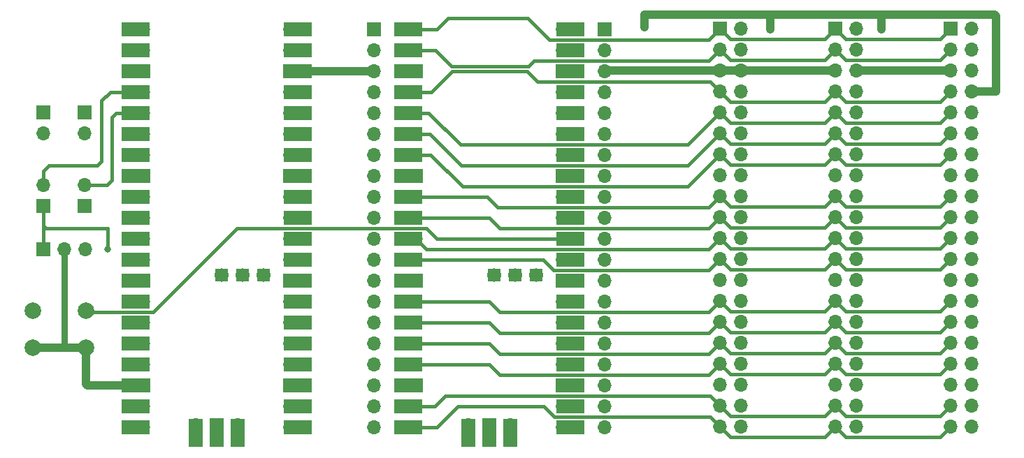
<source format=gbr>
%TF.GenerationSoftware,KiCad,Pcbnew,7.0.2*%
%TF.CreationDate,2023-05-26T12:13:05+09:00*%
%TF.ProjectId,KiCad,4b694361-642e-46b6-9963-61645f706362,rev?*%
%TF.SameCoordinates,PX41cdb40PY67f3540*%
%TF.FileFunction,Copper,L1,Top*%
%TF.FilePolarity,Positive*%
%FSLAX46Y46*%
G04 Gerber Fmt 4.6, Leading zero omitted, Abs format (unit mm)*
G04 Created by KiCad (PCBNEW 7.0.2) date 2023-05-26 12:13:05*
%MOMM*%
%LPD*%
G01*
G04 APERTURE LIST*
G04 Aperture macros list*
%AMOutline4P*
0 Free polygon, 4 corners , with rotation*
0 The origin of the aperture is its center*
0 number of corners: always 4*
0 $1 to $8 corner X, Y*
0 $9 Rotation angle, in degrees counterclockwise*
0 create outline with 4 corners*
4,1,4,$1,$2,$3,$4,$5,$6,$7,$8,$1,$2,$9*%
G04 Aperture macros list end*
%TA.AperFunction,ComponentPad*%
%ADD10O,1.700000X1.700000*%
%TD*%
%TA.AperFunction,SMDPad,CuDef*%
%ADD11R,3.500000X1.700000*%
%TD*%
%TA.AperFunction,ComponentPad*%
%ADD12R,1.700000X1.700000*%
%TD*%
%TA.AperFunction,SMDPad,CuDef*%
%ADD13R,1.700000X3.500000*%
%TD*%
%TA.AperFunction,ComponentPad*%
%ADD14C,1.700000*%
%TD*%
%TA.AperFunction,SMDPad,CuDef*%
%ADD15R,1.524000X1.524000*%
%TD*%
%TA.AperFunction,SMDPad,CuDef*%
%ADD16Outline4P,-0.762000X-0.762000X0.762000X-0.762000X0.762000X0.762000X-0.762000X0.762000X0.000000*%
%TD*%
%TA.AperFunction,ComponentPad*%
%ADD17C,2.000000*%
%TD*%
%TA.AperFunction,ViaPad*%
%ADD18C,0.800000*%
%TD*%
%TA.AperFunction,Conductor*%
%ADD19C,0.800000*%
%TD*%
%TA.AperFunction,Conductor*%
%ADD20C,1.000000*%
%TD*%
%TA.AperFunction,Conductor*%
%ADD21C,0.400000*%
%TD*%
G04 APERTURE END LIST*
D10*
%TO.P,U1,1,GPIO0*%
%TO.N,/GP0*%
X49110000Y51130000D03*
D11*
X48210000Y51130000D03*
D10*
%TO.P,U1,2,GPIO1*%
%TO.N,/GP1*%
X49110000Y48590000D03*
D11*
X48210000Y48590000D03*
D12*
%TO.P,U1,3,GND*%
%TO.N,GND*%
X49110000Y46050000D03*
D11*
X48210000Y46050000D03*
D10*
%TO.P,U1,4,GPIO2*%
%TO.N,/GP2*%
X49110000Y43510000D03*
D11*
X48210000Y43510000D03*
D10*
%TO.P,U1,5,GPIO3*%
%TO.N,/GP3*%
X49110000Y40970000D03*
D11*
X48210000Y40970000D03*
D10*
%TO.P,U1,6,GPIO4*%
%TO.N,/GP4*%
X49110000Y38430000D03*
D11*
X48210000Y38430000D03*
D10*
%TO.P,U1,7,GPIO5*%
%TO.N,/GP5*%
X49110000Y35890000D03*
D11*
X48210000Y35890000D03*
D12*
%TO.P,U1,8,GND*%
%TO.N,GND*%
X49110000Y33350000D03*
D11*
X48210000Y33350000D03*
D10*
%TO.P,U1,9,GPIO6*%
%TO.N,/GP6*%
X49110000Y30810000D03*
D11*
X48210000Y30810000D03*
D10*
%TO.P,U1,10,GPIO7*%
%TO.N,/GP7*%
X49110000Y28270000D03*
D11*
X48210000Y28270000D03*
D10*
%TO.P,U1,11,GPIO8*%
%TO.N,/GP8*%
X49110000Y25730000D03*
D11*
X48210000Y25730000D03*
D10*
%TO.P,U1,12,GPIO9*%
%TO.N,/GP9*%
X49110000Y23190000D03*
D11*
X48210000Y23190000D03*
D12*
%TO.P,U1,13,GND*%
%TO.N,GND*%
X49110000Y20650000D03*
D11*
X48210000Y20650000D03*
D10*
%TO.P,U1,14,GPIO10*%
%TO.N,/GP10*%
X49110000Y18110000D03*
D11*
X48210000Y18110000D03*
D10*
%TO.P,U1,15,GPIO11*%
%TO.N,/GP11*%
X49110000Y15570000D03*
D11*
X48210000Y15570000D03*
D10*
%TO.P,U1,16,GPIO12*%
%TO.N,/GP12*%
X49110000Y13030000D03*
D11*
X48210000Y13030000D03*
D10*
%TO.P,U1,17,GPIO13*%
%TO.N,/GP13*%
X49110000Y10490000D03*
D11*
X48210000Y10490000D03*
D12*
%TO.P,U1,18,GND*%
%TO.N,GND*%
X49110000Y7950000D03*
D11*
X48210000Y7950000D03*
D10*
%TO.P,U1,19,GPIO14*%
%TO.N,/GP14*%
X49110000Y5410000D03*
D11*
X48210000Y5410000D03*
D10*
%TO.P,U1,20,GPIO15*%
%TO.N,/GP15*%
X49110000Y2870000D03*
D11*
X48210000Y2870000D03*
D10*
%TO.P,U1,21,GPIO16*%
%TO.N,/GP16*%
X66890000Y2870000D03*
D11*
X67790000Y2870000D03*
D10*
%TO.P,U1,22,GPIO17*%
%TO.N,/GP17*%
X66890000Y5410000D03*
D11*
X67790000Y5410000D03*
D12*
%TO.P,U1,23,GND*%
%TO.N,GND*%
X66890000Y7950000D03*
D11*
X67790000Y7950000D03*
D10*
%TO.P,U1,24,GPIO18*%
%TO.N,/GP18*%
X66890000Y10490000D03*
D11*
X67790000Y10490000D03*
D10*
%TO.P,U1,25,GPIO19*%
%TO.N,/GP19*%
X66890000Y13030000D03*
D11*
X67790000Y13030000D03*
D10*
%TO.P,U1,26,GPIO20*%
%TO.N,/GP20*%
X66890000Y15570000D03*
D11*
X67790000Y15570000D03*
D10*
%TO.P,U1,27,GPIO21*%
%TO.N,/GP21*%
X66890000Y18110000D03*
D11*
X67790000Y18110000D03*
D12*
%TO.P,U1,28,GND*%
%TO.N,GND*%
X66890000Y20650000D03*
D11*
X67790000Y20650000D03*
D10*
%TO.P,U1,29,GPIO22*%
%TO.N,/GP22*%
X66890000Y23190000D03*
D11*
X67790000Y23190000D03*
D10*
%TO.P,U1,30,RUN*%
%TO.N,/RUN*%
X66890000Y25730000D03*
D11*
X67790000Y25730000D03*
D10*
%TO.P,U1,31,GPIO26_ADC0*%
%TO.N,/GP26*%
X66890000Y28270000D03*
D11*
X67790000Y28270000D03*
D10*
%TO.P,U1,32,GPIO27_ADC1*%
%TO.N,/GP27*%
X66890000Y30810000D03*
D11*
X67790000Y30810000D03*
D12*
%TO.P,U1,33,AGND*%
%TO.N,GND*%
X66890000Y33350000D03*
D11*
X67790000Y33350000D03*
D10*
%TO.P,U1,34,GPIO28_ADC2*%
%TO.N,/GP28*%
X66890000Y35890000D03*
D11*
X67790000Y35890000D03*
D10*
%TO.P,U1,35,ADC_VREF*%
%TO.N,/ADC_VREF*%
X66890000Y38430000D03*
D11*
X67790000Y38430000D03*
D10*
%TO.P,U1,36,3V3*%
%TO.N,/3V3*%
X66890000Y40970000D03*
D11*
X67790000Y40970000D03*
D10*
%TO.P,U1,37,3V3_EN*%
%TO.N,/3V3_EN*%
X66890000Y43510000D03*
D11*
X67790000Y43510000D03*
D12*
%TO.P,U1,38,GND*%
%TO.N,GND*%
X66890000Y46050000D03*
D11*
X67790000Y46050000D03*
D10*
%TO.P,U1,39,VSYS*%
%TO.N,/VSYS*%
X66890000Y48590000D03*
D11*
X67790000Y48590000D03*
D10*
%TO.P,U1,40,VBUS*%
%TO.N,/VBUS*%
X66890000Y51130000D03*
D11*
X67790000Y51130000D03*
D10*
%TO.P,U1,41,SWCLK*%
%TO.N,Net-(J6-Pin_1)*%
X55460000Y3100000D03*
D13*
X55460000Y2200000D03*
D14*
X58550000Y21300000D03*
D15*
X58560000Y21300000D03*
D12*
%TO.P,U1,42,GND*%
%TO.N,GND*%
X58000000Y3100000D03*
D13*
X58000000Y2200000D03*
D16*
X61100000Y21300000D03*
D14*
X61100000Y21300000D03*
D10*
%TO.P,U1,43,SWDIO*%
%TO.N,Net-(J6-Pin_3)*%
X60540000Y3100000D03*
D13*
X60540000Y2200000D03*
D15*
X63640000Y21300000D03*
D14*
X63650000Y21300000D03*
%TD*%
D10*
%TO.P,U2,1,GPIO0*%
%TO.N,unconnected-(U2-GPIO0-Pad1)*%
X16090000Y51130000D03*
D11*
X15190000Y51130000D03*
D10*
%TO.P,U2,2,GPIO1*%
%TO.N,unconnected-(U2-GPIO1-Pad2)*%
X16090000Y48590000D03*
D11*
X15190000Y48590000D03*
D12*
%TO.P,U2,3,GND*%
%TO.N,GND*%
X16090000Y46050000D03*
D11*
X15190000Y46050000D03*
D10*
%TO.P,U2,4,GPIO2*%
%TO.N,Net-(JP3-B)*%
X16090000Y43510000D03*
D11*
X15190000Y43510000D03*
D10*
%TO.P,U2,5,GPIO3*%
%TO.N,Net-(JP4-B)*%
X16090000Y40970000D03*
D11*
X15190000Y40970000D03*
D10*
%TO.P,U2,6,GPIO4*%
%TO.N,Net-(JP1-B)*%
X16090000Y38430000D03*
D11*
X15190000Y38430000D03*
D10*
%TO.P,U2,7,GPIO5*%
%TO.N,Net-(JP2-B)*%
X16090000Y35890000D03*
D11*
X15190000Y35890000D03*
D12*
%TO.P,U2,8,GND*%
%TO.N,GND*%
X16090000Y33350000D03*
D11*
X15190000Y33350000D03*
D10*
%TO.P,U2,9,GPIO6*%
%TO.N,unconnected-(U2-GPIO6-Pad9)*%
X16090000Y30810000D03*
D11*
X15190000Y30810000D03*
D10*
%TO.P,U2,10,GPIO7*%
%TO.N,unconnected-(U2-GPIO7-Pad10)*%
X16090000Y28270000D03*
D11*
X15190000Y28270000D03*
D10*
%TO.P,U2,11,GPIO8*%
%TO.N,unconnected-(U2-GPIO8-Pad11)*%
X16090000Y25730000D03*
D11*
X15190000Y25730000D03*
D10*
%TO.P,U2,12,GPIO9*%
%TO.N,unconnected-(U2-GPIO9-Pad12)*%
X16090000Y23190000D03*
D11*
X15190000Y23190000D03*
D12*
%TO.P,U2,13,GND*%
%TO.N,GND*%
X16090000Y20650000D03*
D11*
X15190000Y20650000D03*
D10*
%TO.P,U2,14,GPIO10*%
%TO.N,unconnected-(U2-GPIO10-Pad14)*%
X16090000Y18110000D03*
D11*
X15190000Y18110000D03*
D10*
%TO.P,U2,15,GPIO11*%
%TO.N,unconnected-(U2-GPIO11-Pad15)*%
X16090000Y15570000D03*
D11*
X15190000Y15570000D03*
D10*
%TO.P,U2,16,GPIO12*%
%TO.N,unconnected-(U2-GPIO12-Pad16)*%
X16090000Y13030000D03*
D11*
X15190000Y13030000D03*
D10*
%TO.P,U2,17,GPIO13*%
%TO.N,unconnected-(U2-GPIO13-Pad17)*%
X16090000Y10490000D03*
D11*
X15190000Y10490000D03*
D12*
%TO.P,U2,18,GND*%
%TO.N,GND*%
X16090000Y7950000D03*
D11*
X15190000Y7950000D03*
D10*
%TO.P,U2,19,GPIO14*%
%TO.N,unconnected-(U2-GPIO14-Pad19)*%
X16090000Y5410000D03*
D11*
X15190000Y5410000D03*
D10*
%TO.P,U2,20,GPIO15*%
%TO.N,unconnected-(U2-GPIO15-Pad20)*%
X16090000Y2870000D03*
D11*
X15190000Y2870000D03*
D10*
%TO.P,U2,21,GPIO16*%
%TO.N,unconnected-(U2-GPIO16-Pad21)*%
X33870000Y2870000D03*
D11*
X34770000Y2870000D03*
D10*
%TO.P,U2,22,GPIO17*%
%TO.N,unconnected-(U2-GPIO17-Pad22)*%
X33870000Y5410000D03*
D11*
X34770000Y5410000D03*
D12*
%TO.P,U2,23,GND*%
%TO.N,GND*%
X33870000Y7950000D03*
D11*
X34770000Y7950000D03*
D10*
%TO.P,U2,24,GPIO18*%
%TO.N,unconnected-(U2-GPIO18-Pad24)*%
X33870000Y10490000D03*
D11*
X34770000Y10490000D03*
D10*
%TO.P,U2,25,GPIO19*%
%TO.N,unconnected-(U2-GPIO19-Pad25)*%
X33870000Y13030000D03*
D11*
X34770000Y13030000D03*
D10*
%TO.P,U2,26,GPIO20*%
%TO.N,unconnected-(U2-GPIO20-Pad26)*%
X33870000Y15570000D03*
D11*
X34770000Y15570000D03*
D10*
%TO.P,U2,27,GPIO21*%
%TO.N,unconnected-(U2-GPIO21-Pad27)*%
X33870000Y18110000D03*
D11*
X34770000Y18110000D03*
D12*
%TO.P,U2,28,GND*%
%TO.N,GND*%
X33870000Y20650000D03*
D11*
X34770000Y20650000D03*
D10*
%TO.P,U2,29,GPIO22*%
%TO.N,unconnected-(U2-GPIO22-Pad29)*%
X33870000Y23190000D03*
D11*
X34770000Y23190000D03*
D10*
%TO.P,U2,30,RUN*%
%TO.N,unconnected-(U2-RUN-Pad30)*%
X33870000Y25730000D03*
D11*
X34770000Y25730000D03*
D10*
%TO.P,U2,31,GPIO26_ADC0*%
%TO.N,unconnected-(U2-GPIO26_ADC0-Pad31)*%
X33870000Y28270000D03*
D11*
X34770000Y28270000D03*
D10*
%TO.P,U2,32,GPIO27_ADC1*%
%TO.N,unconnected-(U2-GPIO27_ADC1-Pad32)*%
X33870000Y30810000D03*
D11*
X34770000Y30810000D03*
D12*
%TO.P,U2,33,AGND*%
%TO.N,GND*%
X33870000Y33350000D03*
D11*
X34770000Y33350000D03*
D10*
%TO.P,U2,34,GPIO28_ADC2*%
%TO.N,unconnected-(U2-GPIO28_ADC2-Pad34)*%
X33870000Y35890000D03*
D11*
X34770000Y35890000D03*
D10*
%TO.P,U2,35,ADC_VREF*%
%TO.N,unconnected-(U2-ADC_VREF-Pad35)*%
X33870000Y38430000D03*
D11*
X34770000Y38430000D03*
D10*
%TO.P,U2,36,3V3*%
%TO.N,unconnected-(U2-3V3-Pad36)*%
X33870000Y40970000D03*
D11*
X34770000Y40970000D03*
D10*
%TO.P,U2,37,3V3_EN*%
%TO.N,unconnected-(U2-3V3_EN-Pad37)*%
X33870000Y43510000D03*
D11*
X34770000Y43510000D03*
D12*
%TO.P,U2,38,GND*%
%TO.N,GND*%
X33870000Y46050000D03*
D11*
X34770000Y46050000D03*
D10*
%TO.P,U2,39,VSYS*%
%TO.N,/VSYS*%
X33870000Y48590000D03*
D11*
X34770000Y48590000D03*
D10*
%TO.P,U2,40,VBUS*%
%TO.N,unconnected-(U2-VBUS-Pad40)*%
X33870000Y51130000D03*
D11*
X34770000Y51130000D03*
D10*
%TO.P,U2,41,SWCLK*%
%TO.N,unconnected-(U2-SWCLK-Pad41)*%
X22440000Y3100000D03*
D13*
X22440000Y2200000D03*
D14*
X25530000Y21300000D03*
D15*
X25540000Y21300000D03*
D12*
%TO.P,U2,42,GND*%
%TO.N,unconnected-(U2-GND-Pad42)*%
X24980000Y3100000D03*
D13*
X24980000Y2200000D03*
D16*
X28080000Y21300000D03*
D14*
X28080000Y21300000D03*
D10*
%TO.P,U2,43,SWDIO*%
%TO.N,unconnected-(U2-SWDIO-Pad43)*%
X27520000Y3100000D03*
D13*
X27520000Y2200000D03*
D15*
X30620000Y21300000D03*
D14*
X30630000Y21300000D03*
%TD*%
D12*
%TO.P,J3,1,Pin_1*%
%TO.N,/GP0*%
X85935000Y51215000D03*
D10*
%TO.P,J3,2,Pin_2*%
%TO.N,/GP1*%
X85935000Y48675000D03*
%TO.P,J3,3,Pin_3*%
%TO.N,GND*%
X85935000Y46135000D03*
%TO.P,J3,4,Pin_4*%
%TO.N,/GP2*%
X85935000Y43595000D03*
%TO.P,J3,5,Pin_5*%
%TO.N,/GP3*%
X85935000Y41055000D03*
%TO.P,J3,6,Pin_6*%
%TO.N,/GP4*%
X85935000Y38515000D03*
%TO.P,J3,7,Pin_7*%
%TO.N,/GP5*%
X85935000Y35975000D03*
%TO.P,J3,8,Pin_8*%
%TO.N,GND*%
X85935000Y33435000D03*
%TO.P,J3,9,Pin_9*%
%TO.N,/GP6*%
X85935000Y30895000D03*
%TO.P,J3,10,Pin_10*%
%TO.N,/GP7*%
X85935000Y28355000D03*
%TO.P,J3,11,Pin_11*%
%TO.N,/GP8*%
X85935000Y25815000D03*
%TO.P,J3,12,Pin_12*%
%TO.N,/GP9*%
X85935000Y23275000D03*
%TO.P,J3,13,Pin_13*%
%TO.N,GND*%
X85935000Y20735000D03*
%TO.P,J3,14,Pin_14*%
%TO.N,/GP10*%
X85935000Y18195000D03*
%TO.P,J3,15,Pin_15*%
%TO.N,/GP11*%
X85935000Y15655000D03*
%TO.P,J3,16,Pin_16*%
%TO.N,/GP12*%
X85935000Y13115000D03*
%TO.P,J3,17,Pin_17*%
%TO.N,/GP13*%
X85935000Y10575000D03*
%TO.P,J3,18,Pin_18*%
%TO.N,GND*%
X85935000Y8035000D03*
%TO.P,J3,19,Pin_19*%
%TO.N,/GP14*%
X85935000Y5495000D03*
%TO.P,J3,20,Pin_20*%
%TO.N,/GP15*%
X85935000Y2955000D03*
%TO.P,J3,21,Pin_21*%
%TO.N,/GP16*%
X88475000Y2955000D03*
%TO.P,J3,22,Pin_22*%
%TO.N,/GP17*%
X88475000Y5495000D03*
%TO.P,J3,23,Pin_23*%
%TO.N,GND*%
X88475000Y8035000D03*
%TO.P,J3,24,Pin_24*%
%TO.N,/GP18*%
X88475000Y10575000D03*
%TO.P,J3,25,Pin_25*%
%TO.N,/GP19*%
X88475000Y13115000D03*
%TO.P,J3,26,Pin_26*%
%TO.N,/GP20*%
X88475000Y15655000D03*
%TO.P,J3,27,Pin_27*%
%TO.N,/GP21*%
X88475000Y18195000D03*
%TO.P,J3,28,Pin_28*%
%TO.N,GND*%
X88475000Y20735000D03*
%TO.P,J3,29,Pin_29*%
%TO.N,/GP22*%
X88475000Y23275000D03*
%TO.P,J3,30,Pin_30*%
%TO.N,/RUN*%
X88475000Y25815000D03*
%TO.P,J3,31,Pin_31*%
%TO.N,/GP26*%
X88475000Y28355000D03*
%TO.P,J3,32,Pin_32*%
%TO.N,/GP27*%
X88475000Y30895000D03*
%TO.P,J3,33,Pin_33*%
%TO.N,GND*%
X88475000Y33435000D03*
%TO.P,J3,34,Pin_34*%
%TO.N,/GP28*%
X88475000Y35975000D03*
%TO.P,J3,35,Pin_35*%
%TO.N,/3V3*%
X88475000Y38515000D03*
%TO.P,J3,36,Pin_36*%
X88475000Y41055000D03*
%TO.P,J3,37,Pin_37*%
X88475000Y43595000D03*
%TO.P,J3,38,Pin_38*%
%TO.N,GND*%
X88475000Y46135000D03*
%TO.P,J3,39,Pin_39*%
%TO.N,/VSYS*%
X88475000Y48675000D03*
%TO.P,J3,40,Pin_40*%
X88475000Y51215000D03*
%TD*%
D12*
%TO.P,J1,1,Pin_1*%
%TO.N,/GP0*%
X113875000Y51215000D03*
D10*
%TO.P,J1,2,Pin_2*%
%TO.N,/GP1*%
X113875000Y48675000D03*
%TO.P,J1,3,Pin_3*%
%TO.N,GND*%
X113875000Y46135000D03*
%TO.P,J1,4,Pin_4*%
%TO.N,/GP2*%
X113875000Y43595000D03*
%TO.P,J1,5,Pin_5*%
%TO.N,/GP3*%
X113875000Y41055000D03*
%TO.P,J1,6,Pin_6*%
%TO.N,/GP4*%
X113875000Y38515000D03*
%TO.P,J1,7,Pin_7*%
%TO.N,/GP5*%
X113875000Y35975000D03*
%TO.P,J1,8,Pin_8*%
%TO.N,GND*%
X113875000Y33435000D03*
%TO.P,J1,9,Pin_9*%
%TO.N,/GP6*%
X113875000Y30895000D03*
%TO.P,J1,10,Pin_10*%
%TO.N,/GP7*%
X113875000Y28355000D03*
%TO.P,J1,11,Pin_11*%
%TO.N,/GP8*%
X113875000Y25815000D03*
%TO.P,J1,12,Pin_12*%
%TO.N,/GP9*%
X113875000Y23275000D03*
%TO.P,J1,13,Pin_13*%
%TO.N,GND*%
X113875000Y20735000D03*
%TO.P,J1,14,Pin_14*%
%TO.N,/GP10*%
X113875000Y18195000D03*
%TO.P,J1,15,Pin_15*%
%TO.N,/GP11*%
X113875000Y15655000D03*
%TO.P,J1,16,Pin_16*%
%TO.N,/GP12*%
X113875000Y13115000D03*
%TO.P,J1,17,Pin_17*%
%TO.N,/GP13*%
X113875000Y10575000D03*
%TO.P,J1,18,Pin_18*%
%TO.N,GND*%
X113875000Y8035000D03*
%TO.P,J1,19,Pin_19*%
%TO.N,/GP14*%
X113875000Y5495000D03*
%TO.P,J1,20,Pin_20*%
%TO.N,/GP15*%
X113875000Y2955000D03*
%TO.P,J1,21,Pin_21*%
%TO.N,/GP16*%
X116415000Y2955000D03*
%TO.P,J1,22,Pin_22*%
%TO.N,/GP17*%
X116415000Y5495000D03*
%TO.P,J1,23,Pin_23*%
%TO.N,GND*%
X116415000Y8035000D03*
%TO.P,J1,24,Pin_24*%
%TO.N,/GP18*%
X116415000Y10575000D03*
%TO.P,J1,25,Pin_25*%
%TO.N,/GP19*%
X116415000Y13115000D03*
%TO.P,J1,26,Pin_26*%
%TO.N,/GP20*%
X116415000Y15655000D03*
%TO.P,J1,27,Pin_27*%
%TO.N,/GP21*%
X116415000Y18195000D03*
%TO.P,J1,28,Pin_28*%
%TO.N,GND*%
X116415000Y20735000D03*
%TO.P,J1,29,Pin_29*%
%TO.N,/GP22*%
X116415000Y23275000D03*
%TO.P,J1,30,Pin_30*%
%TO.N,/RUN*%
X116415000Y25815000D03*
%TO.P,J1,31,Pin_31*%
%TO.N,/GP26*%
X116415000Y28355000D03*
%TO.P,J1,32,Pin_32*%
%TO.N,/GP27*%
X116415000Y30895000D03*
%TO.P,J1,33,Pin_33*%
%TO.N,GND*%
X116415000Y33435000D03*
%TO.P,J1,34,Pin_34*%
%TO.N,/GP28*%
X116415000Y35975000D03*
%TO.P,J1,35,Pin_35*%
%TO.N,/3V3*%
X116415000Y38515000D03*
%TO.P,J1,36,Pin_36*%
X116415000Y41055000D03*
%TO.P,J1,37,Pin_37*%
X116415000Y43595000D03*
%TO.P,J1,38,Pin_38*%
%TO.N,GND*%
X116415000Y46135000D03*
%TO.P,J1,39,Pin_39*%
%TO.N,/VSYS*%
X116415000Y48675000D03*
%TO.P,J1,40,Pin_40*%
X116415000Y51215000D03*
%TD*%
D12*
%TO.P,J2,1,Pin_1*%
%TO.N,/GP0*%
X99910000Y51215000D03*
D10*
%TO.P,J2,2,Pin_2*%
%TO.N,/GP1*%
X99910000Y48675000D03*
%TO.P,J2,3,Pin_3*%
%TO.N,GND*%
X99910000Y46135000D03*
%TO.P,J2,4,Pin_4*%
%TO.N,/GP2*%
X99910000Y43595000D03*
%TO.P,J2,5,Pin_5*%
%TO.N,/GP3*%
X99910000Y41055000D03*
%TO.P,J2,6,Pin_6*%
%TO.N,/GP4*%
X99910000Y38515000D03*
%TO.P,J2,7,Pin_7*%
%TO.N,/GP5*%
X99910000Y35975000D03*
%TO.P,J2,8,Pin_8*%
%TO.N,GND*%
X99910000Y33435000D03*
%TO.P,J2,9,Pin_9*%
%TO.N,/GP6*%
X99910000Y30895000D03*
%TO.P,J2,10,Pin_10*%
%TO.N,/GP7*%
X99910000Y28355000D03*
%TO.P,J2,11,Pin_11*%
%TO.N,/GP8*%
X99910000Y25815000D03*
%TO.P,J2,12,Pin_12*%
%TO.N,/GP9*%
X99910000Y23275000D03*
%TO.P,J2,13,Pin_13*%
%TO.N,GND*%
X99910000Y20735000D03*
%TO.P,J2,14,Pin_14*%
%TO.N,/GP10*%
X99910000Y18195000D03*
%TO.P,J2,15,Pin_15*%
%TO.N,/GP11*%
X99910000Y15655000D03*
%TO.P,J2,16,Pin_16*%
%TO.N,/GP12*%
X99910000Y13115000D03*
%TO.P,J2,17,Pin_17*%
%TO.N,/GP13*%
X99910000Y10575000D03*
%TO.P,J2,18,Pin_18*%
%TO.N,GND*%
X99910000Y8035000D03*
%TO.P,J2,19,Pin_19*%
%TO.N,/GP14*%
X99910000Y5495000D03*
%TO.P,J2,20,Pin_20*%
%TO.N,/GP15*%
X99910000Y2955000D03*
%TO.P,J2,21,Pin_21*%
%TO.N,/GP16*%
X102450000Y2955000D03*
%TO.P,J2,22,Pin_22*%
%TO.N,/GP17*%
X102450000Y5495000D03*
%TO.P,J2,23,Pin_23*%
%TO.N,GND*%
X102450000Y8035000D03*
%TO.P,J2,24,Pin_24*%
%TO.N,/GP18*%
X102450000Y10575000D03*
%TO.P,J2,25,Pin_25*%
%TO.N,/GP19*%
X102450000Y13115000D03*
%TO.P,J2,26,Pin_26*%
%TO.N,/GP20*%
X102450000Y15655000D03*
%TO.P,J2,27,Pin_27*%
%TO.N,/GP21*%
X102450000Y18195000D03*
%TO.P,J2,28,Pin_28*%
%TO.N,GND*%
X102450000Y20735000D03*
%TO.P,J2,29,Pin_29*%
%TO.N,/GP22*%
X102450000Y23275000D03*
%TO.P,J2,30,Pin_30*%
%TO.N,/RUN*%
X102450000Y25815000D03*
%TO.P,J2,31,Pin_31*%
%TO.N,/GP26*%
X102450000Y28355000D03*
%TO.P,J2,32,Pin_32*%
%TO.N,/GP27*%
X102450000Y30895000D03*
%TO.P,J2,33,Pin_33*%
%TO.N,GND*%
X102450000Y33435000D03*
%TO.P,J2,34,Pin_34*%
%TO.N,/GP28*%
X102450000Y35975000D03*
%TO.P,J2,35,Pin_35*%
%TO.N,/3V3*%
X102450000Y38515000D03*
%TO.P,J2,36,Pin_36*%
X102450000Y41055000D03*
%TO.P,J2,37,Pin_37*%
X102450000Y43595000D03*
%TO.P,J2,38,Pin_38*%
%TO.N,GND*%
X102450000Y46135000D03*
%TO.P,J2,39,Pin_39*%
%TO.N,/VSYS*%
X102450000Y48675000D03*
%TO.P,J2,40,Pin_40*%
X102450000Y51215000D03*
%TD*%
D12*
%TO.P,J6,1,Pin_1*%
%TO.N,Net-(J6-Pin_1)*%
X3960000Y24450000D03*
D10*
%TO.P,J6,2,Pin_2*%
%TO.N,GND*%
X6500000Y24450000D03*
%TO.P,J6,3,Pin_3*%
%TO.N,Net-(J6-Pin_3)*%
X9040000Y24450000D03*
%TD*%
D12*
%TO.P,JP3,1,A*%
%TO.N,Net-(J6-Pin_1)*%
X4000000Y29660000D03*
D10*
%TO.P,JP3,2,B*%
%TO.N,Net-(JP3-B)*%
X4000000Y32200000D03*
%TD*%
D12*
%TO.P,J4,1,Pin_1*%
%TO.N,/GP0*%
X44030000Y51100000D03*
D10*
%TO.P,J4,2,Pin_2*%
%TO.N,/GP1*%
X44030000Y48560000D03*
%TO.P,J4,3,Pin_3*%
%TO.N,GND*%
X44030000Y46020000D03*
%TO.P,J4,4,Pin_4*%
%TO.N,/GP2*%
X44030000Y43480000D03*
%TO.P,J4,5,Pin_5*%
%TO.N,/GP3*%
X44030000Y40940000D03*
%TO.P,J4,6,Pin_6*%
%TO.N,/GP4*%
X44030000Y38400000D03*
%TO.P,J4,7,Pin_7*%
%TO.N,/GP5*%
X44030000Y35860000D03*
%TO.P,J4,8,Pin_8*%
%TO.N,GND*%
X44030000Y33320000D03*
%TO.P,J4,9,Pin_9*%
%TO.N,/GP6*%
X44030000Y30780000D03*
%TO.P,J4,10,Pin_10*%
%TO.N,/GP7*%
X44030000Y28240000D03*
%TO.P,J4,11,Pin_11*%
%TO.N,/GP8*%
X44030000Y25700000D03*
%TO.P,J4,12,Pin_12*%
%TO.N,/GP9*%
X44030000Y23160000D03*
%TO.P,J4,13,Pin_13*%
%TO.N,GND*%
X44030000Y20620000D03*
%TO.P,J4,14,Pin_14*%
%TO.N,/GP10*%
X44030000Y18080000D03*
%TO.P,J4,15,Pin_15*%
%TO.N,/GP11*%
X44030000Y15540000D03*
%TO.P,J4,16,Pin_16*%
%TO.N,/GP12*%
X44030000Y13000000D03*
%TO.P,J4,17,Pin_17*%
%TO.N,/GP13*%
X44030000Y10460000D03*
%TO.P,J4,18,Pin_18*%
%TO.N,GND*%
X44030000Y7920000D03*
%TO.P,J4,19,Pin_19*%
%TO.N,/GP14*%
X44030000Y5380000D03*
%TO.P,J4,20,Pin_20*%
%TO.N,/GP15*%
X44030000Y2840000D03*
%TD*%
D12*
%TO.P,JP1,1,A*%
%TO.N,/GP1*%
X9000000Y41000000D03*
D10*
%TO.P,JP1,2,B*%
%TO.N,Net-(JP1-B)*%
X9000000Y38460000D03*
%TD*%
D12*
%TO.P,JP4,1,A*%
%TO.N,Net-(J6-Pin_3)*%
X9000000Y29660000D03*
D10*
%TO.P,JP4,2,B*%
%TO.N,Net-(JP4-B)*%
X9000000Y32200000D03*
%TD*%
D17*
%TO.P,SW1,1,1*%
%TO.N,/RUN*%
X2680000Y17016000D03*
X9180000Y17016000D03*
%TO.P,SW1,2,2*%
%TO.N,GND*%
X2680000Y12516000D03*
X9180000Y12516000D03*
%TD*%
D12*
%TO.P,JP2,1,A*%
%TO.N,/GP0*%
X4000000Y41000000D03*
D10*
%TO.P,JP2,2,B*%
%TO.N,Net-(JP2-B)*%
X4000000Y38460000D03*
%TD*%
D12*
%TO.P,J5,1,Pin_1*%
%TO.N,/VBUS*%
X71970000Y51100000D03*
D10*
%TO.P,J5,2,Pin_2*%
%TO.N,/VSYS*%
X71970000Y48560000D03*
%TO.P,J5,3,Pin_3*%
%TO.N,GND*%
X71970000Y46020000D03*
%TO.P,J5,4,Pin_4*%
%TO.N,/3V3_EN*%
X71970000Y43480000D03*
%TO.P,J5,5,Pin_5*%
%TO.N,/3V3*%
X71970000Y40940000D03*
%TO.P,J5,6,Pin_6*%
%TO.N,/ADC_VREF*%
X71970000Y38400000D03*
%TO.P,J5,7,Pin_7*%
%TO.N,/GP28*%
X71970000Y35860000D03*
%TO.P,J5,8,Pin_8*%
%TO.N,GND*%
X71970000Y33320000D03*
%TO.P,J5,9,Pin_9*%
%TO.N,/GP27*%
X71970000Y30780000D03*
%TO.P,J5,10,Pin_10*%
%TO.N,/GP26*%
X71970000Y28240000D03*
%TO.P,J5,11,Pin_11*%
%TO.N,/RUN*%
X71970000Y25700000D03*
%TO.P,J5,12,Pin_12*%
%TO.N,/GP22*%
X71970000Y23160000D03*
%TO.P,J5,13,Pin_13*%
%TO.N,GND*%
X71970000Y20620000D03*
%TO.P,J5,14,Pin_14*%
%TO.N,/GP21*%
X71970000Y18080000D03*
%TO.P,J5,15,Pin_15*%
%TO.N,/GP20*%
X71970000Y15540000D03*
%TO.P,J5,16,Pin_16*%
%TO.N,/GP19*%
X71970000Y13000000D03*
%TO.P,J5,17,Pin_17*%
%TO.N,/GP18*%
X71970000Y10460000D03*
%TO.P,J5,18,Pin_18*%
%TO.N,GND*%
X71970000Y7920000D03*
%TO.P,J5,19,Pin_19*%
%TO.N,/GP17*%
X71970000Y5380000D03*
%TO.P,J5,20,Pin_20*%
%TO.N,/GP16*%
X71970000Y2840000D03*
%TD*%
D18*
%TO.N,Net-(J6-Pin_1)*%
X11750000Y24450000D03*
%TO.N,/3V3*%
X105498000Y51088000D03*
X76796000Y51342000D03*
X92036000Y51088000D03*
%TD*%
D19*
%TO.N,GND*%
X6500000Y24450000D02*
X6500000Y12516000D01*
D20*
X6500000Y12516000D02*
X2680000Y12516000D01*
X9180000Y12516000D02*
X6500000Y12516000D01*
X72085000Y46135000D02*
X71970000Y46020000D01*
X85935000Y46135000D02*
X72085000Y46135000D01*
X113875000Y46135000D02*
X102450000Y46135000D01*
D21*
%TO.N,Net-(J6-Pin_1)*%
X11750000Y24450000D02*
X11750000Y27000000D01*
X4350000Y27000000D02*
X4000000Y27350000D01*
X11750000Y27000000D02*
X4350000Y27000000D01*
%TO.N,/RUN*%
X9376000Y16820000D02*
X9180000Y17016000D01*
X17300000Y16820000D02*
X9376000Y16820000D01*
X50360000Y26980000D02*
X27460000Y26980000D01*
X51610000Y25730000D02*
X50360000Y26980000D01*
X66890000Y25730000D02*
X51610000Y25730000D01*
%TO.N,/GP8*%
X50390000Y24450000D02*
X49110000Y25730000D01*
X84570000Y24450000D02*
X50390000Y24450000D01*
%TO.N,/RUN*%
X27460000Y26980000D02*
X17300000Y16820000D01*
%TO.N,/GP8*%
X85935000Y25815000D02*
X84570000Y24450000D01*
%TO.N,Net-(J6-Pin_1)*%
X4000000Y27350000D02*
X4000000Y24490000D01*
X4000000Y29660000D02*
X4000000Y27350000D01*
%TO.N,/GP15*%
X49152000Y2828000D02*
X49110000Y2870000D01*
X51650000Y2828000D02*
X49152000Y2828000D01*
X54190000Y5368000D02*
X51650000Y2828000D01*
X65870000Y4130000D02*
X64632000Y5368000D01*
X64632000Y5368000D02*
X54190000Y5368000D01*
X84760000Y4130000D02*
X65870000Y4130000D01*
X85935000Y2955000D02*
X84760000Y4130000D01*
%TO.N,/GP9*%
X85935000Y23275000D02*
X84570000Y21910000D01*
X84570000Y21910000D02*
X65790000Y21910000D01*
X65790000Y21910000D02*
X64510000Y23190000D01*
X64510000Y23190000D02*
X49110000Y23190000D01*
%TO.N,/GP0*%
X84570000Y49850000D02*
X65308600Y49850000D01*
X85935000Y51215000D02*
X84570000Y49850000D01*
X101160000Y49965000D02*
X112625000Y49965000D01*
X98660000Y49965000D02*
X99910000Y51215000D01*
X87185000Y49965000D02*
X98660000Y49965000D01*
X53013800Y52485000D02*
X51658800Y51130000D01*
X62673600Y52485000D02*
X53013800Y52485000D01*
X85935000Y51215000D02*
X87185000Y49965000D01*
X51658800Y51130000D02*
X49110000Y51130000D01*
X99910000Y51215000D02*
X101160000Y49965000D01*
X65308600Y49850000D02*
X62673600Y52485000D01*
X112625000Y49965000D02*
X113875000Y51215000D01*
%TO.N,/GP1*%
X101180000Y47405000D02*
X112610000Y47405000D01*
X87205000Y47405000D02*
X98640000Y47405000D01*
X53453400Y46617600D02*
X51481000Y48590000D01*
X85935000Y48675000D02*
X87205000Y47405000D01*
X84570000Y47310000D02*
X63391400Y47310000D01*
X85935000Y48675000D02*
X84570000Y47310000D01*
X62699000Y46617600D02*
X53453400Y46617600D01*
X113875000Y48675000D02*
X112610000Y47410000D01*
X99910000Y48675000D02*
X101180000Y47405000D01*
X51481000Y48590000D02*
X49110000Y48590000D01*
X112610000Y47410000D02*
X112610000Y47405000D01*
X98640000Y47405000D02*
X99910000Y48675000D01*
X63391400Y47310000D02*
X62699000Y46617600D01*
D20*
%TO.N,GND*%
X99910000Y46135000D02*
X88475000Y46135000D01*
X33870000Y46050000D02*
X44000000Y46050000D01*
X44000000Y46050000D02*
X44030000Y46020000D01*
X16090000Y7950000D02*
X9314600Y7950000D01*
X9314600Y7950000D02*
X9180000Y8084600D01*
X88475000Y46135000D02*
X85935000Y46135000D01*
X9180000Y12516000D02*
X9180000Y8084600D01*
D21*
%TO.N,/GP2*%
X99910000Y43595000D02*
X101160000Y42345000D01*
X84760000Y44770000D02*
X63810000Y44770000D01*
X112625000Y42345000D02*
X113875000Y43595000D01*
X53463000Y46017600D02*
X50955400Y43510000D01*
X87185000Y42345000D02*
X98660000Y42345000D01*
X101160000Y42345000D02*
X112625000Y42345000D01*
X98660000Y42345000D02*
X99910000Y43595000D01*
X63810000Y44770000D02*
X62562400Y46017600D01*
X50955400Y43510000D02*
X49110000Y43510000D01*
X85935000Y43595000D02*
X84760000Y44770000D01*
X62562400Y46017600D02*
X53463000Y46017600D01*
X85935000Y43595000D02*
X87185000Y42345000D01*
%TO.N,/GP3*%
X50650600Y40970000D02*
X49110000Y40970000D01*
X54498200Y37140000D02*
X50659400Y40978800D01*
X112605000Y39785000D02*
X113875000Y41055000D01*
X85935000Y41055000D02*
X82020000Y37140000D01*
X82020000Y37140000D02*
X54498200Y37140000D01*
X50659400Y40978800D02*
X50650600Y40970000D01*
X85935000Y41055000D02*
X87205000Y39785000D01*
X87205000Y39785000D02*
X98640000Y39785000D01*
X99910000Y41055000D02*
X101180000Y39785000D01*
X98640000Y39785000D02*
X99910000Y41055000D01*
X101180000Y39785000D02*
X112605000Y39785000D01*
%TO.N,/GP4*%
X50769800Y38430000D02*
X49110000Y38430000D01*
X99910000Y38515000D02*
X101180000Y37245000D01*
X85935000Y38515000D02*
X82020000Y34600000D01*
X87205000Y37245000D02*
X98640000Y37245000D01*
X101180000Y37245000D02*
X112605000Y37245000D01*
X54599800Y34600000D02*
X50769800Y38430000D01*
X112605000Y37245000D02*
X113875000Y38515000D01*
X82020000Y34600000D02*
X54599800Y34600000D01*
X98640000Y37245000D02*
X99910000Y38515000D01*
X85935000Y38515000D02*
X87205000Y37245000D01*
%TO.N,/GP5*%
X101180000Y34705000D02*
X112610000Y34705000D01*
X113875000Y35975000D02*
X112610000Y34710000D01*
X85935000Y35975000D02*
X82030000Y32070000D01*
X98640000Y34705000D02*
X99910000Y35975000D01*
X50922200Y35890000D02*
X49110000Y35890000D01*
X112610000Y34710000D02*
X112610000Y34705000D01*
X87205000Y34705000D02*
X98640000Y34705000D01*
X54742200Y32070000D02*
X50922200Y35890000D01*
X82030000Y32070000D02*
X54742200Y32070000D01*
X85935000Y35975000D02*
X87205000Y34705000D01*
X99910000Y35975000D02*
X101180000Y34705000D01*
%TO.N,/GP6*%
X87205000Y29625000D02*
X98640000Y29625000D01*
X85935000Y30895000D02*
X84570000Y29530000D01*
X101180000Y29625000D02*
X112605000Y29625000D01*
X58984000Y29530000D02*
X57704000Y30810000D01*
X57704000Y30810000D02*
X49110000Y30810000D01*
X84570000Y29530000D02*
X58984000Y29530000D01*
X99910000Y30895000D02*
X101180000Y29625000D01*
X98640000Y29625000D02*
X99910000Y30895000D01*
X85935000Y30895000D02*
X87205000Y29625000D01*
X112605000Y29625000D02*
X113875000Y30895000D01*
%TO.N,/GP7*%
X85935000Y28355000D02*
X84570000Y26990000D01*
X84570000Y26990000D02*
X59238000Y26990000D01*
X57958000Y28270000D02*
X49110000Y28270000D01*
X101180000Y27085000D02*
X112605000Y27085000D01*
X112605000Y27085000D02*
X113875000Y28355000D01*
X85935000Y28355000D02*
X87205000Y27085000D01*
X87205000Y27085000D02*
X98640000Y27085000D01*
X59238000Y26990000D02*
X57958000Y28270000D01*
X99910000Y28355000D02*
X101180000Y27085000D01*
X98640000Y27085000D02*
X99910000Y28355000D01*
%TO.N,/GP8*%
X87205000Y24545000D02*
X98640000Y24545000D01*
X85935000Y25815000D02*
X87205000Y24545000D01*
X98640000Y24545000D02*
X99910000Y25815000D01*
X101180000Y24545000D02*
X112605000Y24545000D01*
X99910000Y25815000D02*
X101180000Y24545000D01*
X112605000Y24545000D02*
X113875000Y25815000D01*
%TO.N,/GP9*%
X85935000Y23275000D02*
X87205000Y22005000D01*
X98640000Y22005000D02*
X99910000Y23275000D01*
X101180000Y22005000D02*
X112605000Y22005000D01*
X112605000Y22005000D02*
X113875000Y23275000D01*
X99910000Y23275000D02*
X101180000Y22005000D01*
X87205000Y22005000D02*
X98640000Y22005000D01*
%TO.N,/GP10*%
X84560000Y16820000D02*
X59248000Y16820000D01*
X98640000Y16925000D02*
X99910000Y18195000D01*
X57958000Y18110000D02*
X49110000Y18110000D01*
X112605000Y16925000D02*
X113875000Y18195000D01*
X99910000Y18195000D02*
X101180000Y16925000D01*
X101180000Y16925000D02*
X112605000Y16925000D01*
X85935000Y18195000D02*
X87205000Y16925000D01*
X87205000Y16925000D02*
X98640000Y16925000D01*
X85935000Y18195000D02*
X84560000Y16820000D01*
X59248000Y16820000D02*
X57958000Y18110000D01*
%TO.N,/GP11*%
X112605000Y14385000D02*
X113875000Y15655000D01*
X99910000Y15655000D02*
X101180000Y14385000D01*
X84570000Y14290000D02*
X59238000Y14290000D01*
X101180000Y14385000D02*
X112605000Y14385000D01*
X85935000Y15655000D02*
X87205000Y14385000D01*
X87205000Y14385000D02*
X98640000Y14385000D01*
X85935000Y15655000D02*
X84570000Y14290000D01*
X98640000Y14385000D02*
X99910000Y15655000D01*
X57958000Y15570000D02*
X49110000Y15570000D01*
X59238000Y14290000D02*
X57958000Y15570000D01*
%TO.N,/GP12*%
X112605000Y11845000D02*
X113875000Y13115000D01*
X85935000Y13115000D02*
X87205000Y11845000D01*
X85935000Y13115000D02*
X84570000Y11750000D01*
X84570000Y11750000D02*
X59238000Y11750000D01*
X98640000Y11845000D02*
X99910000Y13115000D01*
X57958000Y13030000D02*
X49110000Y13030000D01*
X99910000Y13115000D02*
X101180000Y11845000D01*
X101180000Y11845000D02*
X112605000Y11845000D01*
X87205000Y11845000D02*
X98640000Y11845000D01*
X59238000Y11750000D02*
X57958000Y13030000D01*
%TO.N,/GP13*%
X87205000Y9305000D02*
X98640000Y9305000D01*
X85935000Y10575000D02*
X84570000Y9210000D01*
X84570000Y9210000D02*
X59238000Y9210000D01*
X101180000Y9305000D02*
X112605000Y9305000D01*
X59238000Y9210000D02*
X57958000Y10490000D01*
X85935000Y10575000D02*
X87205000Y9305000D01*
X98640000Y9305000D02*
X99910000Y10575000D01*
X57958000Y10490000D02*
X49110000Y10490000D01*
X99910000Y10575000D02*
X101180000Y9305000D01*
X112605000Y9305000D02*
X113875000Y10575000D01*
%TO.N,/GP14*%
X85935000Y5495000D02*
X87205000Y4225000D01*
X51396000Y5368000D02*
X49152000Y5368000D01*
X101180000Y4225000D02*
X112605000Y4225000D01*
X84760000Y6670000D02*
X52698000Y6670000D01*
X49152000Y5368000D02*
X49110000Y5410000D01*
X87205000Y4225000D02*
X98640000Y4225000D01*
X98640000Y4225000D02*
X99910000Y5495000D01*
X112605000Y4225000D02*
X113875000Y5495000D01*
X52698000Y6670000D02*
X51396000Y5368000D01*
X85935000Y5495000D02*
X84760000Y6670000D01*
X99910000Y5495000D02*
X101180000Y4225000D01*
%TO.N,/GP15*%
X112605000Y1685000D02*
X113875000Y2955000D01*
X87205000Y1685000D02*
X98640000Y1685000D01*
X99910000Y2955000D02*
X101180000Y1685000D01*
X101180000Y1685000D02*
X112605000Y1685000D01*
X85935000Y2955000D02*
X87205000Y1685000D01*
X98640000Y1685000D02*
X99910000Y2955000D01*
D20*
%TO.N,/3V3*%
X119341000Y43595000D02*
X116415000Y43595000D01*
X76796000Y51342000D02*
X76796000Y52866000D01*
X105371000Y52866000D02*
X119214000Y52866000D01*
X105498000Y51088000D02*
X105498000Y52739000D01*
X119341000Y52739000D02*
X119214000Y52866000D01*
X119341000Y43595000D02*
X119341000Y52739000D01*
X92036000Y52739000D02*
X92163000Y52866000D01*
X92163000Y52866000D02*
X105371000Y52866000D01*
X92036000Y51088000D02*
X92036000Y52739000D01*
X76796000Y52866000D02*
X92163000Y52866000D01*
X105498000Y52739000D02*
X105371000Y52866000D01*
D21*
%TO.N,Net-(JP3-B)*%
X16090000Y43510000D02*
X12068000Y43510000D01*
X11010000Y35086000D02*
X10502000Y34578000D01*
X10502000Y34578000D02*
X4660000Y34578000D01*
X11010000Y42452000D02*
X11010000Y35086000D01*
X4660000Y34578000D02*
X4000000Y33918000D01*
X12068000Y43510000D02*
X11010000Y42452000D01*
X4000000Y33918000D02*
X4000000Y32200000D01*
%TO.N,Net-(JP4-B)*%
X14330000Y40970000D02*
X14288000Y40928000D01*
X12280000Y40420000D02*
X12280000Y32800000D01*
X12788000Y40928000D02*
X12280000Y40420000D01*
X11680000Y32200000D02*
X9000000Y32200000D01*
X12280000Y32800000D02*
X11680000Y32200000D01*
X14288000Y40928000D02*
X12788000Y40928000D01*
X16090000Y40970000D02*
X14330000Y40970000D01*
%TD*%
M02*

</source>
